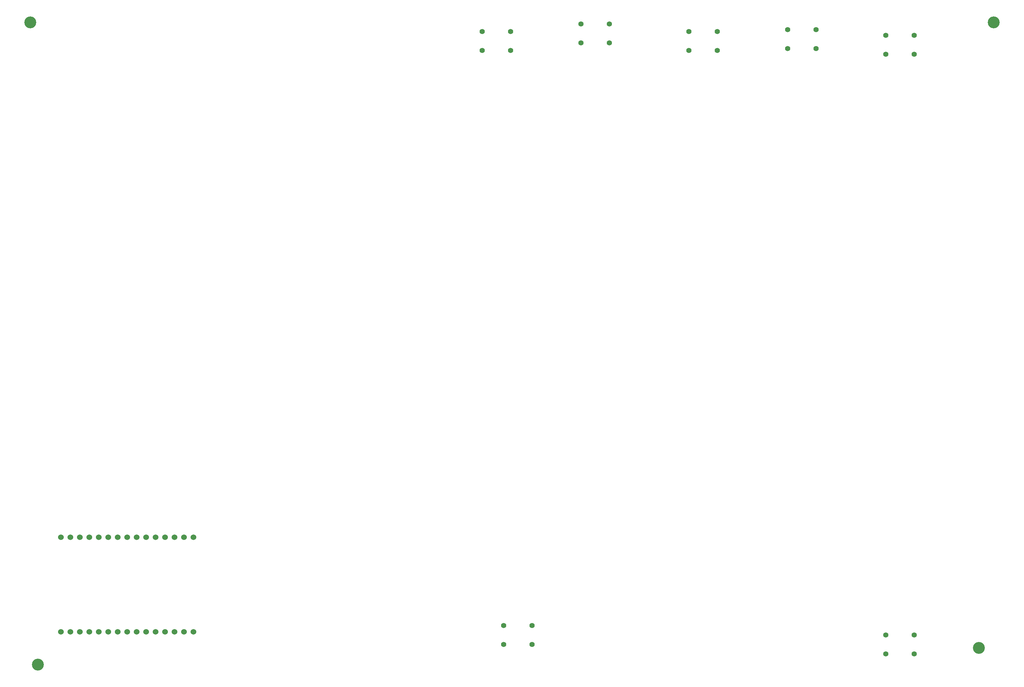
<source format=gbr>
%TF.GenerationSoftware,KiCad,Pcbnew,8.0.6*%
%TF.CreationDate,2024-11-12T14:39:14+00:00*%
%TF.ProjectId,A4,41342e6b-6963-4616-945f-706362585858,rev?*%
%TF.SameCoordinates,Original*%
%TF.FileFunction,Soldermask,Bot*%
%TF.FilePolarity,Negative*%
%FSLAX46Y46*%
G04 Gerber Fmt 4.6, Leading zero omitted, Abs format (unit mm)*
G04 Created by KiCad (PCBNEW 8.0.6) date 2024-11-12 14:39:14*
%MOMM*%
%LPD*%
G01*
G04 APERTURE LIST*
%ADD10C,1.397000*%
%ADD11C,3.200000*%
%ADD12C,1.524000*%
G04 APERTURE END LIST*
D10*
%TO.C,REF\u002A\u002A*%
X261000000Y-194500000D03*
X268620000Y-194500000D03*
X261000000Y-199580000D03*
X268620000Y-199580000D03*
%TD*%
%TO.C,REF\u002A\u002A*%
X261000000Y-33500000D03*
X268620000Y-33500000D03*
X261000000Y-38580000D03*
X268620000Y-38580000D03*
%TD*%
%TO.C,REF\u002A\u002A*%
X234690000Y-31960000D03*
X242310000Y-31960000D03*
X234690000Y-37040000D03*
X242310000Y-37040000D03*
%TD*%
%TO.C,REF\u002A\u002A*%
X208190000Y-32460000D03*
X215810000Y-32460000D03*
X208190000Y-37540000D03*
X215810000Y-37540000D03*
%TD*%
%TO.C,LED1*%
X179190000Y-30460000D03*
X186810000Y-30460000D03*
X179190000Y-35540000D03*
X186810000Y-35540000D03*
%TD*%
%TO.C,REF\u002A\u002A*%
X152690000Y-32460000D03*
X160310000Y-32460000D03*
X152690000Y-37540000D03*
X160310000Y-37540000D03*
%TD*%
%TO.C,REF\u002A\u002A*%
X158500000Y-192000000D03*
X166120000Y-192000000D03*
X158500000Y-197080000D03*
X166120000Y-197080000D03*
%TD*%
D11*
%TO.C,REF\u002A\u002A*%
X31500000Y-30000000D03*
%TD*%
%TO.C,REF\u002A\u002A*%
X286000000Y-198000000D03*
%TD*%
%TO.C,REF\u002A\u002A*%
X33500000Y-202500000D03*
%TD*%
D12*
%TO.C,REF\u002A\u002A*%
X75293200Y-193700000D03*
X72753200Y-193700000D03*
X70213200Y-193700000D03*
X67673200Y-193700000D03*
X65133200Y-193700000D03*
X62593200Y-193700000D03*
X60053200Y-193700000D03*
X57513200Y-193700000D03*
X54973200Y-193700000D03*
X52433200Y-193700000D03*
X49893200Y-193700000D03*
X47353200Y-193700000D03*
X44813200Y-193700000D03*
X42273200Y-193700000D03*
X39733200Y-193700000D03*
X75293200Y-168300000D03*
X72753200Y-168300000D03*
X70213200Y-168300000D03*
X67673200Y-168300000D03*
X65133200Y-168300000D03*
X62593200Y-168300000D03*
X60053200Y-168300000D03*
X57513200Y-168300000D03*
X54973200Y-168300000D03*
X52433200Y-168300000D03*
X49893200Y-168300000D03*
X47353200Y-168300000D03*
X47353200Y-168300000D03*
X44813200Y-168300000D03*
X39733200Y-168300000D03*
X42273200Y-168300000D03*
%TD*%
D11*
%TO.C,REF\u002A\u002A*%
X290000000Y-30000000D03*
%TD*%
M02*

</source>
